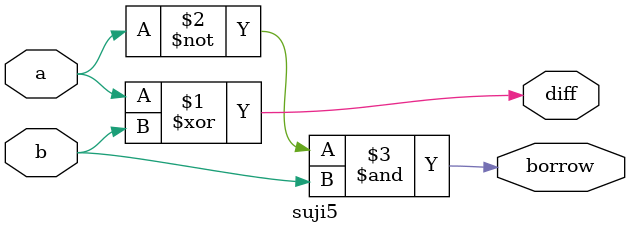
<source format=v>
module suji5(diff, borrow, a, b);
  output diff;
  output borrow;
  input a;
  input b;
  assign diff = a ^ b;
  assign borrow = ~a & b;
endmodule

</source>
